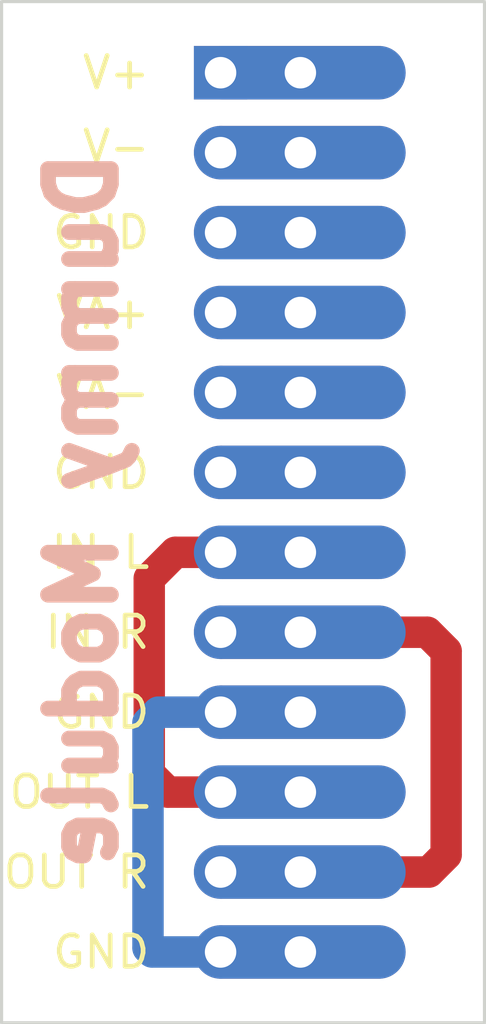
<source format=kicad_pcb>
(kicad_pcb (version 20211014) (generator pcbnew)
  (layers (0 "F.Cu" signal) (31 "B.Cu" signal) (34 "B.Paste" user) (35 "F.Paste" user) (36 "B.SilkS" user "B.Silkscreen") (37 "F.SilkS" user "F.Silkscreen") (38 "B.Mask" user) (39 "F.Mask" user) (44 "Edge.Cuts" user))
  (net 0 "")
  (footprint "TSD MIXER FOOTPRINTS:PinSocket_2x12_P2.54mm_Vertical" (layer "F.Cu") (at 136.07 89.46)
    (fp_text reference "REF**" hide)
    (fp_text value "PinSocket_2x12_P2.54mm_Vertical")
    (fp_text user "IN R" (at -3.919335 17.78 unlocked) (layer "F.SilkS"))
    (fp_text user "VA+" (at -3.752669 7.62 unlocked) (layer "F.SilkS"))
    (fp_text user "V+" (at -3.324097 0 unlocked) (layer "F.SilkS"))
    (fp_text user "OUT L" (at -4.490764 22.86 unlocked) (layer "F.SilkS"))
    (fp_text user "IN L" (at -3.824097 15.24 unlocked) (layer "F.SilkS"))
    (fp_text user "V-" (at -3.324097 2.36 unlocked) (layer "F.SilkS"))
    (fp_text user "GND" (at -3.800288 12.7 unlocked) (layer "F.SilkS"))
    (fp_text user "VA-" (at -3.752669 10.16 unlocked) (layer "F.SilkS"))
    (fp_text user "OUT R" (at -4.586002 25.4 unlocked) (layer "F.SilkS"))
    (fp_text user "GND" (at -3.800288 5.08 unlocked) (layer "F.SilkS"))
    (fp_text user "GND" (at -3.800288 27.94 unlocked) (layer "F.SilkS"))
    (fp_text user "GND" (at -3.800288 20.32 unlocked) (layer "F.SilkS"))
    (pad "1" thru_hole oval (at 2.54 0) (size 6.7 1.7) (drill 1) (layers *.Cu *.Mask))
    (pad "1" thru_hole rect (at 0 0) (size 1.7 1.7) (drill 1) (layers *.Cu *.Mask))
    (pad "2" thru_hole oval (at 0 2.54) (size 1.7 1.7) (drill 1) (layers *.Cu *.Mask))
    (pad "2" thru_hole oval (at 2.54 2.54) (size 6.7 1.7) (drill 1) (layers *.Cu *.Mask))
    (pad "3" thru_hole oval (at 0 5.08) (size 1.7 1.7) (drill 1) (layers *.Cu *.Mask))
    (pad "3" thru_hole oval (at 2.54 5.08) (size 6.7 1.7) (drill 1) (layers *.Cu *.Mask))
    (pad "4" thru_hole oval (at 2.54 7.62) (size 6.7 1.7) (drill 1) (layers *.Cu *.Mask))
    (pad "4" thru_hole oval (at 0 7.62) (size 1.7 1.7) (drill 1) (layers *.Cu *.Mask))
    (pad "5" thru_hole oval (at 0 10.16) (size 1.7 1.7) (drill 1) (layers *.Cu *.Mask))
    (pad "5" thru_hole oval (at 2.54 10.16) (size 6.7 1.7) (drill 1) (layers *.Cu *.Mask))
    (pad "6" thru_hole oval (at 2.54 12.7) (size 6.7 1.7) (drill 1) (layers *.Cu *.Mask))
    (pad "6" thru_hole oval (at 0 12.7) (size 1.7 1.7) (drill 1) (layers *.Cu *.Mask))
    (pad "7" thru_hole oval (at 0 15.24) (size 1.7 1.7) (drill 1) (layers *.Cu *.Mask))
    (pad "7" thru_hole oval (at 2.54 15.24) (size 6.7 1.7) (drill 1) (layers *.Cu *.Mask))
    (pad "8" thru_hole oval (at 2.54 17.78) (size 6.7 1.7) (drill 1) (layers *.Cu *.Mask))
    (pad "8" thru_hole oval (at 0 17.78) (size 1.7 1.7) (drill 1) (layers *.Cu *.Mask))
    (pad "9" thru_hole oval (at 0 20.32) (size 1.7 1.7) (drill 1) (layers *.Cu *.Mask))
    (pad "9" thru_hole oval (at 2.54 20.32) (size 6.7 1.7) (drill 1) (layers *.Cu *.Mask))
    (pad "10" thru_hole oval (at 0 22.86) (size 1.7 1.7) (drill 1) (layers *.Cu *.Mask))
    (pad "10" thru_hole oval (at 2.54 22.86) (size 6.7 1.7) (drill 1) (layers *.Cu *.Mask))
    (pad "11" thru_hole oval (at 2.54 25.4) (size 6.7 1.7) (drill 1) (layers *.Cu *.Mask))
    (pad "11" thru_hole oval (at 0 25.4) (size 1.7 1.7) (drill 1) (layers *.Cu *.Mask))
    (pad "12" thru_hole oval (at 0 27.94) (size 1.7 1.7) (drill 1) (layers *.Cu *.Mask))
    (pad "12" thru_hole oval (at 2.54 27.94) (size 6.7 1.7) (drill 1) (layers *.Cu *.Mask))
  )
  (gr_rect (start 144.47 119.65) (end 129.1 87.2) (layer "Edge.Cuts") (width 0.1) (fill none))
  (gr_text "Dummy Module" (at 131.68 103.38 90) (layer "B.SilkS") (effects (font (size 2 2) (thickness 0.5)) (justify mirror)))
  (segment (start 143.25 107.84) (end 143.25 114.31) (width 1) (layer "F.Cu") (net 0))
  (segment (start 133.8 111.73) (end 134.39 112.32) (width 1) (layer "F.Cu") (net 0))
  (segment (start 136.07 104.7) (end 134.63 104.7) (width 1) (layer "F.Cu") (net 0))
  (segment (start 134.63 104.7) (end 133.8 105.53) (width 1) (layer "F.Cu") (net 0))
  (segment (start 142.65 107.24) (end 143.25 107.84) (width 1) (layer "F.Cu") (net 0))
  (segment (start 134.39 112.32) (end 136.07 112.32) (width 1) (layer "F.Cu") (net 0))
  (segment (start 133.8 105.53) (end 133.8 111.73) (width 1) (layer "F.Cu") (net 0))
  (segment (start 138.61 107.24) (end 142.65 107.24) (width 1) (layer "F.Cu") (net 0))
  (segment (start 143.25 114.31) (end 142.7 114.86) (width 1) (layer "F.Cu") (net 0))
  (segment (start 142.7 114.86) (end 138.61 114.86) (width 1) (layer "F.Cu") (net 0))
  (segment (start 136.07 109.78) (end 134.09 109.78) (width 1) (layer "B.Cu") (net 0))
  (segment (start 133.76 110.11) (end 133.76 117.27) (width 1) (layer "B.Cu") (net 0))
  (segment (start 133.89 117.4) (end 136.07 117.4) (width 1) (layer "B.Cu") (net 0))
  (segment (start 133.76 117.27) (end 133.89 117.4) (width 1) (layer "B.Cu") (net 0))
  (segment (start 134.09 109.78) (end 133.76 110.11) (width 1) (layer "B.Cu") (net 0))
)
</source>
